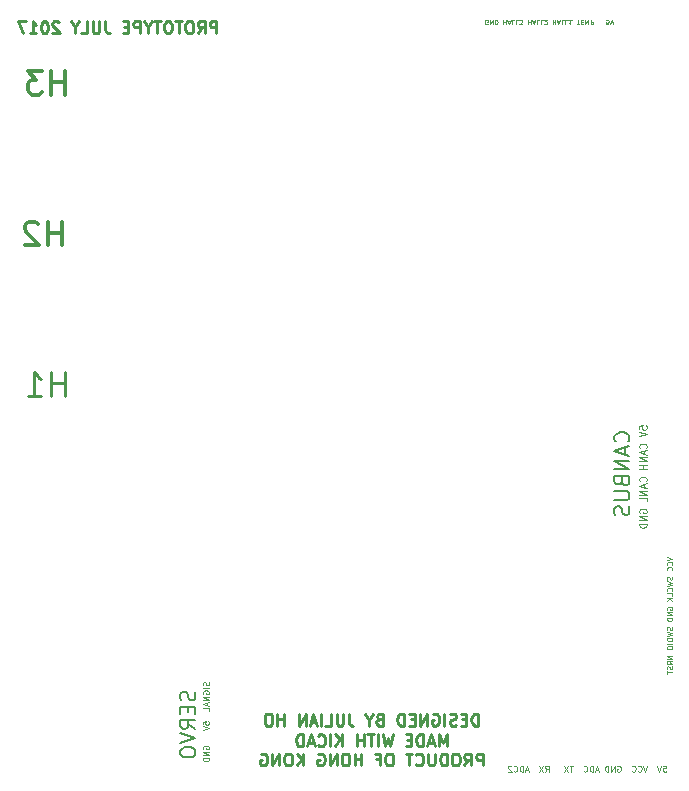
<source format=gbo>
G04 #@! TF.FileFunction,Legend,Bot*
%FSLAX46Y46*%
G04 Gerber Fmt 4.6, Leading zero omitted, Abs format (unit mm)*
G04 Created by KiCad (PCBNEW 4.0.6) date 07/13/17 22:09:39*
%MOMM*%
%LPD*%
G01*
G04 APERTURE LIST*
%ADD10C,0.100000*%
%ADD11C,0.250000*%
%ADD12C,0.125000*%
%ADD13C,0.300000*%
%ADD14C,0.112500*%
%ADD15C,0.075000*%
%ADD16C,0.200000*%
G04 APERTURE END LIST*
D10*
D11*
X64654762Y-146202381D02*
X64654762Y-145202381D01*
X64273809Y-145202381D01*
X64178571Y-145250000D01*
X64130952Y-145297619D01*
X64083333Y-145392857D01*
X64083333Y-145535714D01*
X64130952Y-145630952D01*
X64178571Y-145678571D01*
X64273809Y-145726190D01*
X64654762Y-145726190D01*
X63083333Y-146202381D02*
X63416667Y-145726190D01*
X63654762Y-146202381D02*
X63654762Y-145202381D01*
X63273809Y-145202381D01*
X63178571Y-145250000D01*
X63130952Y-145297619D01*
X63083333Y-145392857D01*
X63083333Y-145535714D01*
X63130952Y-145630952D01*
X63178571Y-145678571D01*
X63273809Y-145726190D01*
X63654762Y-145726190D01*
X62464286Y-145202381D02*
X62273809Y-145202381D01*
X62178571Y-145250000D01*
X62083333Y-145345238D01*
X62035714Y-145535714D01*
X62035714Y-145869048D01*
X62083333Y-146059524D01*
X62178571Y-146154762D01*
X62273809Y-146202381D01*
X62464286Y-146202381D01*
X62559524Y-146154762D01*
X62654762Y-146059524D01*
X62702381Y-145869048D01*
X62702381Y-145535714D01*
X62654762Y-145345238D01*
X62559524Y-145250000D01*
X62464286Y-145202381D01*
X61607143Y-146202381D02*
X61607143Y-145202381D01*
X61369048Y-145202381D01*
X61226190Y-145250000D01*
X61130952Y-145345238D01*
X61083333Y-145440476D01*
X61035714Y-145630952D01*
X61035714Y-145773810D01*
X61083333Y-145964286D01*
X61130952Y-146059524D01*
X61226190Y-146154762D01*
X61369048Y-146202381D01*
X61607143Y-146202381D01*
X60607143Y-145202381D02*
X60607143Y-146011905D01*
X60559524Y-146107143D01*
X60511905Y-146154762D01*
X60416667Y-146202381D01*
X60226190Y-146202381D01*
X60130952Y-146154762D01*
X60083333Y-146107143D01*
X60035714Y-146011905D01*
X60035714Y-145202381D01*
X58988095Y-146107143D02*
X59035714Y-146154762D01*
X59178571Y-146202381D01*
X59273809Y-146202381D01*
X59416667Y-146154762D01*
X59511905Y-146059524D01*
X59559524Y-145964286D01*
X59607143Y-145773810D01*
X59607143Y-145630952D01*
X59559524Y-145440476D01*
X59511905Y-145345238D01*
X59416667Y-145250000D01*
X59273809Y-145202381D01*
X59178571Y-145202381D01*
X59035714Y-145250000D01*
X58988095Y-145297619D01*
X58702381Y-145202381D02*
X58130952Y-145202381D01*
X58416667Y-146202381D02*
X58416667Y-145202381D01*
X56845238Y-145202381D02*
X56654761Y-145202381D01*
X56559523Y-145250000D01*
X56464285Y-145345238D01*
X56416666Y-145535714D01*
X56416666Y-145869048D01*
X56464285Y-146059524D01*
X56559523Y-146154762D01*
X56654761Y-146202381D01*
X56845238Y-146202381D01*
X56940476Y-146154762D01*
X57035714Y-146059524D01*
X57083333Y-145869048D01*
X57083333Y-145535714D01*
X57035714Y-145345238D01*
X56940476Y-145250000D01*
X56845238Y-145202381D01*
X55654761Y-145678571D02*
X55988095Y-145678571D01*
X55988095Y-146202381D02*
X55988095Y-145202381D01*
X55511904Y-145202381D01*
X54369047Y-146202381D02*
X54369047Y-145202381D01*
X54369047Y-145678571D02*
X53797618Y-145678571D01*
X53797618Y-146202381D02*
X53797618Y-145202381D01*
X53130952Y-145202381D02*
X52940475Y-145202381D01*
X52845237Y-145250000D01*
X52749999Y-145345238D01*
X52702380Y-145535714D01*
X52702380Y-145869048D01*
X52749999Y-146059524D01*
X52845237Y-146154762D01*
X52940475Y-146202381D01*
X53130952Y-146202381D01*
X53226190Y-146154762D01*
X53321428Y-146059524D01*
X53369047Y-145869048D01*
X53369047Y-145535714D01*
X53321428Y-145345238D01*
X53226190Y-145250000D01*
X53130952Y-145202381D01*
X52273809Y-146202381D02*
X52273809Y-145202381D01*
X51702380Y-146202381D01*
X51702380Y-145202381D01*
X50702380Y-145250000D02*
X50797618Y-145202381D01*
X50940475Y-145202381D01*
X51083333Y-145250000D01*
X51178571Y-145345238D01*
X51226190Y-145440476D01*
X51273809Y-145630952D01*
X51273809Y-145773810D01*
X51226190Y-145964286D01*
X51178571Y-146059524D01*
X51083333Y-146154762D01*
X50940475Y-146202381D01*
X50845237Y-146202381D01*
X50702380Y-146154762D01*
X50654761Y-146107143D01*
X50654761Y-145773810D01*
X50845237Y-145773810D01*
X49464285Y-146202381D02*
X49464285Y-145202381D01*
X48892856Y-146202381D02*
X49321428Y-145630952D01*
X48892856Y-145202381D02*
X49464285Y-145773810D01*
X48273809Y-145202381D02*
X48083332Y-145202381D01*
X47988094Y-145250000D01*
X47892856Y-145345238D01*
X47845237Y-145535714D01*
X47845237Y-145869048D01*
X47892856Y-146059524D01*
X47988094Y-146154762D01*
X48083332Y-146202381D01*
X48273809Y-146202381D01*
X48369047Y-146154762D01*
X48464285Y-146059524D01*
X48511904Y-145869048D01*
X48511904Y-145535714D01*
X48464285Y-145345238D01*
X48369047Y-145250000D01*
X48273809Y-145202381D01*
X47416666Y-146202381D02*
X47416666Y-145202381D01*
X46845237Y-146202381D01*
X46845237Y-145202381D01*
X45845237Y-145250000D02*
X45940475Y-145202381D01*
X46083332Y-145202381D01*
X46226190Y-145250000D01*
X46321428Y-145345238D01*
X46369047Y-145440476D01*
X46416666Y-145630952D01*
X46416666Y-145773810D01*
X46369047Y-145964286D01*
X46321428Y-146059524D01*
X46226190Y-146154762D01*
X46083332Y-146202381D01*
X45988094Y-146202381D01*
X45845237Y-146154762D01*
X45797618Y-146107143D01*
X45797618Y-145773810D01*
X45988094Y-145773810D01*
X64273810Y-142827381D02*
X64273810Y-141827381D01*
X64035715Y-141827381D01*
X63892857Y-141875000D01*
X63797619Y-141970238D01*
X63750000Y-142065476D01*
X63702381Y-142255952D01*
X63702381Y-142398810D01*
X63750000Y-142589286D01*
X63797619Y-142684524D01*
X63892857Y-142779762D01*
X64035715Y-142827381D01*
X64273810Y-142827381D01*
X63273810Y-142303571D02*
X62940476Y-142303571D01*
X62797619Y-142827381D02*
X63273810Y-142827381D01*
X63273810Y-141827381D01*
X62797619Y-141827381D01*
X62416667Y-142779762D02*
X62273810Y-142827381D01*
X62035714Y-142827381D01*
X61940476Y-142779762D01*
X61892857Y-142732143D01*
X61845238Y-142636905D01*
X61845238Y-142541667D01*
X61892857Y-142446429D01*
X61940476Y-142398810D01*
X62035714Y-142351190D01*
X62226191Y-142303571D01*
X62321429Y-142255952D01*
X62369048Y-142208333D01*
X62416667Y-142113095D01*
X62416667Y-142017857D01*
X62369048Y-141922619D01*
X62321429Y-141875000D01*
X62226191Y-141827381D01*
X61988095Y-141827381D01*
X61845238Y-141875000D01*
X61416667Y-142827381D02*
X61416667Y-141827381D01*
X60416667Y-141875000D02*
X60511905Y-141827381D01*
X60654762Y-141827381D01*
X60797620Y-141875000D01*
X60892858Y-141970238D01*
X60940477Y-142065476D01*
X60988096Y-142255952D01*
X60988096Y-142398810D01*
X60940477Y-142589286D01*
X60892858Y-142684524D01*
X60797620Y-142779762D01*
X60654762Y-142827381D01*
X60559524Y-142827381D01*
X60416667Y-142779762D01*
X60369048Y-142732143D01*
X60369048Y-142398810D01*
X60559524Y-142398810D01*
X59940477Y-142827381D02*
X59940477Y-141827381D01*
X59369048Y-142827381D01*
X59369048Y-141827381D01*
X58892858Y-142303571D02*
X58559524Y-142303571D01*
X58416667Y-142827381D02*
X58892858Y-142827381D01*
X58892858Y-141827381D01*
X58416667Y-141827381D01*
X57988096Y-142827381D02*
X57988096Y-141827381D01*
X57750001Y-141827381D01*
X57607143Y-141875000D01*
X57511905Y-141970238D01*
X57464286Y-142065476D01*
X57416667Y-142255952D01*
X57416667Y-142398810D01*
X57464286Y-142589286D01*
X57511905Y-142684524D01*
X57607143Y-142779762D01*
X57750001Y-142827381D01*
X57988096Y-142827381D01*
X55892857Y-142303571D02*
X55750000Y-142351190D01*
X55702381Y-142398810D01*
X55654762Y-142494048D01*
X55654762Y-142636905D01*
X55702381Y-142732143D01*
X55750000Y-142779762D01*
X55845238Y-142827381D01*
X56226191Y-142827381D01*
X56226191Y-141827381D01*
X55892857Y-141827381D01*
X55797619Y-141875000D01*
X55750000Y-141922619D01*
X55702381Y-142017857D01*
X55702381Y-142113095D01*
X55750000Y-142208333D01*
X55797619Y-142255952D01*
X55892857Y-142303571D01*
X56226191Y-142303571D01*
X55035715Y-142351190D02*
X55035715Y-142827381D01*
X55369048Y-141827381D02*
X55035715Y-142351190D01*
X54702381Y-141827381D01*
X53321428Y-141827381D02*
X53321428Y-142541667D01*
X53369048Y-142684524D01*
X53464286Y-142779762D01*
X53607143Y-142827381D01*
X53702381Y-142827381D01*
X52845238Y-141827381D02*
X52845238Y-142636905D01*
X52797619Y-142732143D01*
X52750000Y-142779762D01*
X52654762Y-142827381D01*
X52464285Y-142827381D01*
X52369047Y-142779762D01*
X52321428Y-142732143D01*
X52273809Y-142636905D01*
X52273809Y-141827381D01*
X51321428Y-142827381D02*
X51797619Y-142827381D01*
X51797619Y-141827381D01*
X50988095Y-142827381D02*
X50988095Y-141827381D01*
X50559524Y-142541667D02*
X50083333Y-142541667D01*
X50654762Y-142827381D02*
X50321429Y-141827381D01*
X49988095Y-142827381D01*
X49654762Y-142827381D02*
X49654762Y-141827381D01*
X49083333Y-142827381D01*
X49083333Y-141827381D01*
X47845238Y-142827381D02*
X47845238Y-141827381D01*
X47845238Y-142303571D02*
X47273809Y-142303571D01*
X47273809Y-142827381D02*
X47273809Y-141827381D01*
X46607143Y-141827381D02*
X46416666Y-141827381D01*
X46321428Y-141875000D01*
X46226190Y-141970238D01*
X46178571Y-142160714D01*
X46178571Y-142494048D01*
X46226190Y-142684524D01*
X46321428Y-142779762D01*
X46416666Y-142827381D01*
X46607143Y-142827381D01*
X46702381Y-142779762D01*
X46797619Y-142684524D01*
X46845238Y-142494048D01*
X46845238Y-142160714D01*
X46797619Y-141970238D01*
X46702381Y-141875000D01*
X46607143Y-141827381D01*
X61607143Y-144577381D02*
X61607143Y-143577381D01*
X61273809Y-144291667D01*
X60940476Y-143577381D01*
X60940476Y-144577381D01*
X60511905Y-144291667D02*
X60035714Y-144291667D01*
X60607143Y-144577381D02*
X60273810Y-143577381D01*
X59940476Y-144577381D01*
X59607143Y-144577381D02*
X59607143Y-143577381D01*
X59369048Y-143577381D01*
X59226190Y-143625000D01*
X59130952Y-143720238D01*
X59083333Y-143815476D01*
X59035714Y-144005952D01*
X59035714Y-144148810D01*
X59083333Y-144339286D01*
X59130952Y-144434524D01*
X59226190Y-144529762D01*
X59369048Y-144577381D01*
X59607143Y-144577381D01*
X58607143Y-144053571D02*
X58273809Y-144053571D01*
X58130952Y-144577381D02*
X58607143Y-144577381D01*
X58607143Y-143577381D01*
X58130952Y-143577381D01*
X57035714Y-143577381D02*
X56797619Y-144577381D01*
X56607142Y-143863095D01*
X56416666Y-144577381D01*
X56178571Y-143577381D01*
X55797619Y-144577381D02*
X55797619Y-143577381D01*
X55464286Y-143577381D02*
X54892857Y-143577381D01*
X55178572Y-144577381D02*
X55178572Y-143577381D01*
X54559524Y-144577381D02*
X54559524Y-143577381D01*
X54559524Y-144053571D02*
X53988095Y-144053571D01*
X53988095Y-144577381D02*
X53988095Y-143577381D01*
X52750000Y-144577381D02*
X52750000Y-143577381D01*
X52178571Y-144577381D02*
X52607143Y-144005952D01*
X52178571Y-143577381D02*
X52750000Y-144148810D01*
X51750000Y-144577381D02*
X51750000Y-143577381D01*
X50702381Y-144482143D02*
X50750000Y-144529762D01*
X50892857Y-144577381D01*
X50988095Y-144577381D01*
X51130953Y-144529762D01*
X51226191Y-144434524D01*
X51273810Y-144339286D01*
X51321429Y-144148810D01*
X51321429Y-144005952D01*
X51273810Y-143815476D01*
X51226191Y-143720238D01*
X51130953Y-143625000D01*
X50988095Y-143577381D01*
X50892857Y-143577381D01*
X50750000Y-143625000D01*
X50702381Y-143672619D01*
X50321429Y-144291667D02*
X49845238Y-144291667D01*
X50416667Y-144577381D02*
X50083334Y-143577381D01*
X49750000Y-144577381D01*
X49416667Y-144577381D02*
X49416667Y-143577381D01*
X49178572Y-143577381D01*
X49035714Y-143625000D01*
X48940476Y-143720238D01*
X48892857Y-143815476D01*
X48845238Y-144005952D01*
X48845238Y-144148810D01*
X48892857Y-144339286D01*
X48940476Y-144434524D01*
X49035714Y-144529762D01*
X49178572Y-144577381D01*
X49416667Y-144577381D01*
D12*
X41452381Y-139142859D02*
X41476190Y-139214288D01*
X41476190Y-139333335D01*
X41452381Y-139380954D01*
X41428571Y-139404764D01*
X41380952Y-139428573D01*
X41333333Y-139428573D01*
X41285714Y-139404764D01*
X41261905Y-139380954D01*
X41238095Y-139333335D01*
X41214286Y-139238097D01*
X41190476Y-139190478D01*
X41166667Y-139166669D01*
X41119048Y-139142859D01*
X41071429Y-139142859D01*
X41023810Y-139166669D01*
X41000000Y-139190478D01*
X40976190Y-139238097D01*
X40976190Y-139357145D01*
X41000000Y-139428573D01*
X41476190Y-139642859D02*
X40976190Y-139642859D01*
X41000000Y-140142858D02*
X40976190Y-140095239D01*
X40976190Y-140023811D01*
X41000000Y-139952382D01*
X41047619Y-139904763D01*
X41095238Y-139880954D01*
X41190476Y-139857144D01*
X41261905Y-139857144D01*
X41357143Y-139880954D01*
X41404762Y-139904763D01*
X41452381Y-139952382D01*
X41476190Y-140023811D01*
X41476190Y-140071430D01*
X41452381Y-140142858D01*
X41428571Y-140166668D01*
X41261905Y-140166668D01*
X41261905Y-140071430D01*
X41476190Y-140380954D02*
X40976190Y-140380954D01*
X41476190Y-140666668D01*
X40976190Y-140666668D01*
X41333333Y-140880954D02*
X41333333Y-141119049D01*
X41476190Y-140833335D02*
X40976190Y-141000002D01*
X41476190Y-141166668D01*
X41476190Y-141571430D02*
X41476190Y-141333335D01*
X40976190Y-141333335D01*
X40976190Y-142738096D02*
X40976190Y-142500001D01*
X41214286Y-142476191D01*
X41190476Y-142500001D01*
X41166667Y-142547620D01*
X41166667Y-142666667D01*
X41190476Y-142714286D01*
X41214286Y-142738096D01*
X41261905Y-142761905D01*
X41380952Y-142761905D01*
X41428571Y-142738096D01*
X41452381Y-142714286D01*
X41476190Y-142666667D01*
X41476190Y-142547620D01*
X41452381Y-142500001D01*
X41428571Y-142476191D01*
X40976190Y-142904762D02*
X41476190Y-143071429D01*
X40976190Y-143238095D01*
X41000000Y-144809522D02*
X40976190Y-144761903D01*
X40976190Y-144690475D01*
X41000000Y-144619046D01*
X41047619Y-144571427D01*
X41095238Y-144547618D01*
X41190476Y-144523808D01*
X41261905Y-144523808D01*
X41357143Y-144547618D01*
X41404762Y-144571427D01*
X41452381Y-144619046D01*
X41476190Y-144690475D01*
X41476190Y-144738094D01*
X41452381Y-144809522D01*
X41428571Y-144833332D01*
X41261905Y-144833332D01*
X41261905Y-144738094D01*
X41476190Y-145047618D02*
X40976190Y-145047618D01*
X41476190Y-145333332D01*
X40976190Y-145333332D01*
X41476190Y-145571428D02*
X40976190Y-145571428D01*
X40976190Y-145690475D01*
X41000000Y-145761904D01*
X41047619Y-145809523D01*
X41095238Y-145833332D01*
X41190476Y-145857142D01*
X41261905Y-145857142D01*
X41357143Y-145833332D01*
X41404762Y-145809523D01*
X41452381Y-145761904D01*
X41476190Y-145690475D01*
X41476190Y-145571428D01*
D13*
X29273810Y-89404762D02*
X29273810Y-87404762D01*
X29273810Y-88357143D02*
X28130952Y-88357143D01*
X28130952Y-89404762D02*
X28130952Y-87404762D01*
X27369048Y-87404762D02*
X26130952Y-87404762D01*
X26797619Y-88166667D01*
X26511905Y-88166667D01*
X26321429Y-88261905D01*
X26226191Y-88357143D01*
X26130952Y-88547619D01*
X26130952Y-89023810D01*
X26226191Y-89214286D01*
X26321429Y-89309524D01*
X26511905Y-89404762D01*
X27083333Y-89404762D01*
X27273810Y-89309524D01*
X27369048Y-89214286D01*
X29023810Y-102154762D02*
X29023810Y-100154762D01*
X29023810Y-101107143D02*
X27880952Y-101107143D01*
X27880952Y-102154762D02*
X27880952Y-100154762D01*
X27023810Y-100345238D02*
X26928572Y-100250000D01*
X26738095Y-100154762D01*
X26261905Y-100154762D01*
X26071429Y-100250000D01*
X25976191Y-100345238D01*
X25880952Y-100535714D01*
X25880952Y-100726190D01*
X25976191Y-101011905D01*
X27119048Y-102154762D01*
X25880952Y-102154762D01*
D11*
X29273810Y-114904762D02*
X29273810Y-112904762D01*
X29273810Y-113857143D02*
X28130952Y-113857143D01*
X28130952Y-114904762D02*
X28130952Y-112904762D01*
X26130952Y-114904762D02*
X27273810Y-114904762D01*
X26702381Y-114904762D02*
X26702381Y-112904762D01*
X26892857Y-113190476D01*
X27083333Y-113380952D01*
X27273810Y-113476190D01*
D10*
X65069046Y-83450000D02*
X65030951Y-83469048D01*
X64973808Y-83469048D01*
X64916665Y-83450000D01*
X64878570Y-83411905D01*
X64859522Y-83373810D01*
X64840474Y-83297619D01*
X64840474Y-83240476D01*
X64859522Y-83164286D01*
X64878570Y-83126190D01*
X64916665Y-83088095D01*
X64973808Y-83069048D01*
X65011903Y-83069048D01*
X65069046Y-83088095D01*
X65088094Y-83107143D01*
X65088094Y-83240476D01*
X65011903Y-83240476D01*
X65259522Y-83069048D02*
X65259522Y-83469048D01*
X65488094Y-83069048D01*
X65488094Y-83469048D01*
X65678570Y-83069048D02*
X65678570Y-83469048D01*
X65773808Y-83469048D01*
X65830951Y-83450000D01*
X65869046Y-83411905D01*
X65888094Y-83373810D01*
X65907142Y-83297619D01*
X65907142Y-83240476D01*
X65888094Y-83164286D01*
X65869046Y-83126190D01*
X65830951Y-83088095D01*
X65773808Y-83069048D01*
X65678570Y-83069048D01*
X66383332Y-83069048D02*
X66383332Y-83469048D01*
X66383332Y-83278571D02*
X66611904Y-83278571D01*
X66611904Y-83069048D02*
X66611904Y-83469048D01*
X66783332Y-83183333D02*
X66973809Y-83183333D01*
X66745237Y-83069048D02*
X66878571Y-83469048D01*
X67011904Y-83069048D01*
X67335713Y-83069048D02*
X67145237Y-83069048D01*
X67145237Y-83469048D01*
X67659523Y-83069048D02*
X67469047Y-83069048D01*
X67469047Y-83469048D01*
X67754762Y-83469048D02*
X68002381Y-83469048D01*
X67869048Y-83316667D01*
X67926190Y-83316667D01*
X67964286Y-83297619D01*
X67983333Y-83278571D01*
X68002381Y-83240476D01*
X68002381Y-83145238D01*
X67983333Y-83107143D01*
X67964286Y-83088095D01*
X67926190Y-83069048D01*
X67811905Y-83069048D01*
X67773809Y-83088095D01*
X67754762Y-83107143D01*
X68478571Y-83069048D02*
X68478571Y-83469048D01*
X68478571Y-83278571D02*
X68707143Y-83278571D01*
X68707143Y-83069048D02*
X68707143Y-83469048D01*
X68878571Y-83183333D02*
X69069048Y-83183333D01*
X68840476Y-83069048D02*
X68973810Y-83469048D01*
X69107143Y-83069048D01*
X69430952Y-83069048D02*
X69240476Y-83069048D01*
X69240476Y-83469048D01*
X69754762Y-83069048D02*
X69564286Y-83069048D01*
X69564286Y-83469048D01*
X69869048Y-83430952D02*
X69888096Y-83450000D01*
X69926191Y-83469048D01*
X70021429Y-83469048D01*
X70059525Y-83450000D01*
X70078572Y-83430952D01*
X70097620Y-83392857D01*
X70097620Y-83354762D01*
X70078572Y-83297619D01*
X69850001Y-83069048D01*
X70097620Y-83069048D01*
X70573810Y-83069048D02*
X70573810Y-83469048D01*
X70573810Y-83278571D02*
X70802382Y-83278571D01*
X70802382Y-83069048D02*
X70802382Y-83469048D01*
X70973810Y-83183333D02*
X71164287Y-83183333D01*
X70935715Y-83069048D02*
X71069049Y-83469048D01*
X71202382Y-83069048D01*
X71526191Y-83069048D02*
X71335715Y-83069048D01*
X71335715Y-83469048D01*
X71850001Y-83069048D02*
X71659525Y-83069048D01*
X71659525Y-83469048D01*
X72192859Y-83069048D02*
X71964287Y-83069048D01*
X72078573Y-83069048D02*
X72078573Y-83469048D01*
X72040478Y-83411905D01*
X72002383Y-83373810D01*
X71964287Y-83354762D01*
X72611906Y-83469048D02*
X72840478Y-83469048D01*
X72726192Y-83069048D02*
X72726192Y-83469048D01*
X72973811Y-83278571D02*
X73107144Y-83278571D01*
X73164287Y-83069048D02*
X72973811Y-83069048D01*
X72973811Y-83469048D01*
X73164287Y-83469048D01*
X73335716Y-83069048D02*
X73335716Y-83469048D01*
X73469049Y-83183333D01*
X73602383Y-83469048D01*
X73602383Y-83069048D01*
X73792859Y-83069048D02*
X73792859Y-83469048D01*
X73945240Y-83469048D01*
X73983335Y-83450000D01*
X74002383Y-83430952D01*
X74021431Y-83392857D01*
X74021431Y-83335714D01*
X74002383Y-83297619D01*
X73983335Y-83278571D01*
X73945240Y-83259524D01*
X73792859Y-83259524D01*
X75297621Y-83469048D02*
X75107145Y-83469048D01*
X75088097Y-83278571D01*
X75107145Y-83297619D01*
X75145240Y-83316667D01*
X75240478Y-83316667D01*
X75278574Y-83297619D01*
X75297621Y-83278571D01*
X75316669Y-83240476D01*
X75316669Y-83145238D01*
X75297621Y-83107143D01*
X75278574Y-83088095D01*
X75240478Y-83069048D01*
X75145240Y-83069048D01*
X75107145Y-83088095D01*
X75088097Y-83107143D01*
X75430954Y-83469048D02*
X75564288Y-83069048D01*
X75697621Y-83469048D01*
D14*
X77921429Y-117735714D02*
X77921429Y-117450000D01*
X78207143Y-117421429D01*
X78178571Y-117450000D01*
X78150000Y-117507143D01*
X78150000Y-117650000D01*
X78178571Y-117707143D01*
X78207143Y-117735714D01*
X78264286Y-117764286D01*
X78407143Y-117764286D01*
X78464286Y-117735714D01*
X78492857Y-117707143D01*
X78521429Y-117650000D01*
X78521429Y-117507143D01*
X78492857Y-117450000D01*
X78464286Y-117421429D01*
X77921429Y-117935715D02*
X78521429Y-118135715D01*
X77921429Y-118335715D01*
X78464286Y-119335715D02*
X78492857Y-119307144D01*
X78521429Y-119221430D01*
X78521429Y-119164287D01*
X78492857Y-119078572D01*
X78435714Y-119021430D01*
X78378571Y-118992858D01*
X78264286Y-118964287D01*
X78178571Y-118964287D01*
X78064286Y-118992858D01*
X78007143Y-119021430D01*
X77950000Y-119078572D01*
X77921429Y-119164287D01*
X77921429Y-119221430D01*
X77950000Y-119307144D01*
X77978571Y-119335715D01*
X78350000Y-119564287D02*
X78350000Y-119850001D01*
X78521429Y-119507144D02*
X77921429Y-119707144D01*
X78521429Y-119907144D01*
X78521429Y-120107144D02*
X77921429Y-120107144D01*
X78521429Y-120450001D01*
X77921429Y-120450001D01*
X78521429Y-120735715D02*
X77921429Y-120735715D01*
X78207143Y-120735715D02*
X78207143Y-121078572D01*
X78521429Y-121078572D02*
X77921429Y-121078572D01*
X78464286Y-122164286D02*
X78492857Y-122135715D01*
X78521429Y-122050001D01*
X78521429Y-121992858D01*
X78492857Y-121907143D01*
X78435714Y-121850001D01*
X78378571Y-121821429D01*
X78264286Y-121792858D01*
X78178571Y-121792858D01*
X78064286Y-121821429D01*
X78007143Y-121850001D01*
X77950000Y-121907143D01*
X77921429Y-121992858D01*
X77921429Y-122050001D01*
X77950000Y-122135715D01*
X77978571Y-122164286D01*
X78350000Y-122392858D02*
X78350000Y-122678572D01*
X78521429Y-122335715D02*
X77921429Y-122535715D01*
X78521429Y-122735715D01*
X78521429Y-122935715D02*
X77921429Y-122935715D01*
X78521429Y-123278572D01*
X77921429Y-123278572D01*
X78521429Y-123850000D02*
X78521429Y-123564286D01*
X77921429Y-123564286D01*
X77950000Y-124821429D02*
X77921429Y-124764286D01*
X77921429Y-124678572D01*
X77950000Y-124592857D01*
X78007143Y-124535715D01*
X78064286Y-124507143D01*
X78178571Y-124478572D01*
X78264286Y-124478572D01*
X78378571Y-124507143D01*
X78435714Y-124535715D01*
X78492857Y-124592857D01*
X78521429Y-124678572D01*
X78521429Y-124735715D01*
X78492857Y-124821429D01*
X78464286Y-124850000D01*
X78264286Y-124850000D01*
X78264286Y-124735715D01*
X78521429Y-125107143D02*
X77921429Y-125107143D01*
X78521429Y-125450000D01*
X77921429Y-125450000D01*
X78521429Y-125735714D02*
X77921429Y-125735714D01*
X77921429Y-125878571D01*
X77950000Y-125964286D01*
X78007143Y-126021428D01*
X78064286Y-126050000D01*
X78178571Y-126078571D01*
X78264286Y-126078571D01*
X78378571Y-126050000D01*
X78435714Y-126021428D01*
X78492857Y-125964286D01*
X78521429Y-125878571D01*
X78521429Y-125735714D01*
D10*
X79940472Y-146226190D02*
X80178567Y-146226190D01*
X80202377Y-146464286D01*
X80178567Y-146440476D01*
X80130948Y-146416667D01*
X80011901Y-146416667D01*
X79964282Y-146440476D01*
X79940472Y-146464286D01*
X79916663Y-146511905D01*
X79916663Y-146630952D01*
X79940472Y-146678571D01*
X79964282Y-146702381D01*
X80011901Y-146726190D01*
X80130948Y-146726190D01*
X80178567Y-146702381D01*
X80202377Y-146678571D01*
X79773806Y-146226190D02*
X79607139Y-146726190D01*
X79440473Y-146226190D01*
X78583331Y-146226190D02*
X78416664Y-146726190D01*
X78249998Y-146226190D01*
X77797617Y-146678571D02*
X77821427Y-146702381D01*
X77892855Y-146726190D01*
X77940474Y-146726190D01*
X78011903Y-146702381D01*
X78059522Y-146654762D01*
X78083331Y-146607143D01*
X78107141Y-146511905D01*
X78107141Y-146440476D01*
X78083331Y-146345238D01*
X78059522Y-146297619D01*
X78011903Y-146250000D01*
X77940474Y-146226190D01*
X77892855Y-146226190D01*
X77821427Y-146250000D01*
X77797617Y-146273810D01*
X77297617Y-146678571D02*
X77321427Y-146702381D01*
X77392855Y-146726190D01*
X77440474Y-146726190D01*
X77511903Y-146702381D01*
X77559522Y-146654762D01*
X77583331Y-146607143D01*
X77607141Y-146511905D01*
X77607141Y-146440476D01*
X77583331Y-146345238D01*
X77559522Y-146297619D01*
X77511903Y-146250000D01*
X77440474Y-146226190D01*
X77392855Y-146226190D01*
X77321427Y-146250000D01*
X77297617Y-146273810D01*
X76059523Y-146250000D02*
X76107142Y-146226190D01*
X76178570Y-146226190D01*
X76249999Y-146250000D01*
X76297618Y-146297619D01*
X76321427Y-146345238D01*
X76345237Y-146440476D01*
X76345237Y-146511905D01*
X76321427Y-146607143D01*
X76297618Y-146654762D01*
X76249999Y-146702381D01*
X76178570Y-146726190D01*
X76130951Y-146726190D01*
X76059523Y-146702381D01*
X76035713Y-146678571D01*
X76035713Y-146511905D01*
X76130951Y-146511905D01*
X75821427Y-146726190D02*
X75821427Y-146226190D01*
X75535713Y-146726190D01*
X75535713Y-146226190D01*
X75297617Y-146726190D02*
X75297617Y-146226190D01*
X75178570Y-146226190D01*
X75107141Y-146250000D01*
X75059522Y-146297619D01*
X75035713Y-146345238D01*
X75011903Y-146440476D01*
X75011903Y-146511905D01*
X75035713Y-146607143D01*
X75059522Y-146654762D01*
X75107141Y-146702381D01*
X75178570Y-146726190D01*
X75297617Y-146726190D01*
X74440475Y-146583333D02*
X74202380Y-146583333D01*
X74488094Y-146726190D02*
X74321427Y-146226190D01*
X74154761Y-146726190D01*
X73988094Y-146726190D02*
X73988094Y-146226190D01*
X73869047Y-146226190D01*
X73797618Y-146250000D01*
X73749999Y-146297619D01*
X73726190Y-146345238D01*
X73702380Y-146440476D01*
X73702380Y-146511905D01*
X73726190Y-146607143D01*
X73749999Y-146654762D01*
X73797618Y-146702381D01*
X73869047Y-146726190D01*
X73988094Y-146726190D01*
X73202380Y-146678571D02*
X73226190Y-146702381D01*
X73297618Y-146726190D01*
X73345237Y-146726190D01*
X73416666Y-146702381D01*
X73464285Y-146654762D01*
X73488094Y-146607143D01*
X73511904Y-146511905D01*
X73511904Y-146440476D01*
X73488094Y-146345238D01*
X73464285Y-146297619D01*
X73416666Y-146250000D01*
X73345237Y-146226190D01*
X73297618Y-146226190D01*
X73226190Y-146250000D01*
X73202380Y-146273810D01*
X72297619Y-146226190D02*
X72011905Y-146226190D01*
X72154762Y-146726190D02*
X72154762Y-146226190D01*
X71892857Y-146226190D02*
X71559524Y-146726190D01*
X71559524Y-146226190D02*
X71892857Y-146726190D01*
X69940478Y-146726190D02*
X70107145Y-146488095D01*
X70226192Y-146726190D02*
X70226192Y-146226190D01*
X70035716Y-146226190D01*
X69988097Y-146250000D01*
X69964288Y-146273810D01*
X69940478Y-146321429D01*
X69940478Y-146392857D01*
X69964288Y-146440476D01*
X69988097Y-146464286D01*
X70035716Y-146488095D01*
X70226192Y-146488095D01*
X69773811Y-146226190D02*
X69440478Y-146726190D01*
X69440478Y-146226190D02*
X69773811Y-146726190D01*
X68511908Y-146583333D02*
X68273813Y-146583333D01*
X68559527Y-146726190D02*
X68392860Y-146226190D01*
X68226194Y-146726190D01*
X68059527Y-146726190D02*
X68059527Y-146226190D01*
X67940480Y-146226190D01*
X67869051Y-146250000D01*
X67821432Y-146297619D01*
X67797623Y-146345238D01*
X67773813Y-146440476D01*
X67773813Y-146511905D01*
X67797623Y-146607143D01*
X67821432Y-146654762D01*
X67869051Y-146702381D01*
X67940480Y-146726190D01*
X68059527Y-146726190D01*
X67273813Y-146678571D02*
X67297623Y-146702381D01*
X67369051Y-146726190D01*
X67416670Y-146726190D01*
X67488099Y-146702381D01*
X67535718Y-146654762D01*
X67559527Y-146607143D01*
X67583337Y-146511905D01*
X67583337Y-146440476D01*
X67559527Y-146345238D01*
X67535718Y-146297619D01*
X67488099Y-146250000D01*
X67416670Y-146226190D01*
X67369051Y-146226190D01*
X67297623Y-146250000D01*
X67273813Y-146273810D01*
X67083337Y-146273810D02*
X67059527Y-146250000D01*
X67011908Y-146226190D01*
X66892861Y-146226190D01*
X66845242Y-146250000D01*
X66821432Y-146273810D01*
X66797623Y-146321429D01*
X66797623Y-146369048D01*
X66821432Y-146440476D01*
X67107146Y-146726190D01*
X66797623Y-146726190D01*
D15*
X80253571Y-128539286D02*
X80703571Y-128689286D01*
X80253571Y-128839286D01*
X80660714Y-129246429D02*
X80682143Y-129225000D01*
X80703571Y-129160714D01*
X80703571Y-129117857D01*
X80682143Y-129053572D01*
X80639286Y-129010714D01*
X80596429Y-128989286D01*
X80510714Y-128967857D01*
X80446429Y-128967857D01*
X80360714Y-128989286D01*
X80317857Y-129010714D01*
X80275000Y-129053572D01*
X80253571Y-129117857D01*
X80253571Y-129160714D01*
X80275000Y-129225000D01*
X80296429Y-129246429D01*
X80660714Y-129696429D02*
X80682143Y-129675000D01*
X80703571Y-129610714D01*
X80703571Y-129567857D01*
X80682143Y-129503572D01*
X80639286Y-129460714D01*
X80596429Y-129439286D01*
X80510714Y-129417857D01*
X80446429Y-129417857D01*
X80360714Y-129439286D01*
X80317857Y-129460714D01*
X80275000Y-129503572D01*
X80253571Y-129567857D01*
X80253571Y-129610714D01*
X80275000Y-129675000D01*
X80296429Y-129696429D01*
X80682143Y-130210714D02*
X80703571Y-130275000D01*
X80703571Y-130382143D01*
X80682143Y-130425000D01*
X80660714Y-130446429D01*
X80617857Y-130467857D01*
X80575000Y-130467857D01*
X80532143Y-130446429D01*
X80510714Y-130425000D01*
X80489286Y-130382143D01*
X80467857Y-130296429D01*
X80446429Y-130253571D01*
X80425000Y-130232143D01*
X80382143Y-130210714D01*
X80339286Y-130210714D01*
X80296429Y-130232143D01*
X80275000Y-130253571D01*
X80253571Y-130296429D01*
X80253571Y-130403571D01*
X80275000Y-130467857D01*
X80253571Y-130617857D02*
X80703571Y-130725000D01*
X80382143Y-130810714D01*
X80703571Y-130896428D01*
X80253571Y-131003571D01*
X80660714Y-131432143D02*
X80682143Y-131410714D01*
X80703571Y-131346428D01*
X80703571Y-131303571D01*
X80682143Y-131239286D01*
X80639286Y-131196428D01*
X80596429Y-131175000D01*
X80510714Y-131153571D01*
X80446429Y-131153571D01*
X80360714Y-131175000D01*
X80317857Y-131196428D01*
X80275000Y-131239286D01*
X80253571Y-131303571D01*
X80253571Y-131346428D01*
X80275000Y-131410714D01*
X80296429Y-131432143D01*
X80703571Y-131839286D02*
X80703571Y-131625000D01*
X80253571Y-131625000D01*
X80703571Y-131989286D02*
X80253571Y-131989286D01*
X80703571Y-132246429D02*
X80446429Y-132053572D01*
X80253571Y-132246429D02*
X80510714Y-131989286D01*
X80275000Y-133017857D02*
X80253571Y-132975000D01*
X80253571Y-132910714D01*
X80275000Y-132846429D01*
X80317857Y-132803571D01*
X80360714Y-132782143D01*
X80446429Y-132760714D01*
X80510714Y-132760714D01*
X80596429Y-132782143D01*
X80639286Y-132803571D01*
X80682143Y-132846429D01*
X80703571Y-132910714D01*
X80703571Y-132953571D01*
X80682143Y-133017857D01*
X80660714Y-133039286D01*
X80510714Y-133039286D01*
X80510714Y-132953571D01*
X80703571Y-133232143D02*
X80253571Y-133232143D01*
X80703571Y-133489286D01*
X80253571Y-133489286D01*
X80703571Y-133703572D02*
X80253571Y-133703572D01*
X80253571Y-133810715D01*
X80275000Y-133875000D01*
X80317857Y-133917858D01*
X80360714Y-133939286D01*
X80446429Y-133960715D01*
X80510714Y-133960715D01*
X80596429Y-133939286D01*
X80639286Y-133917858D01*
X80682143Y-133875000D01*
X80703571Y-133810715D01*
X80703571Y-133703572D01*
X80682143Y-134475000D02*
X80703571Y-134539286D01*
X80703571Y-134646429D01*
X80682143Y-134689286D01*
X80660714Y-134710715D01*
X80617857Y-134732143D01*
X80575000Y-134732143D01*
X80532143Y-134710715D01*
X80510714Y-134689286D01*
X80489286Y-134646429D01*
X80467857Y-134560715D01*
X80446429Y-134517857D01*
X80425000Y-134496429D01*
X80382143Y-134475000D01*
X80339286Y-134475000D01*
X80296429Y-134496429D01*
X80275000Y-134517857D01*
X80253571Y-134560715D01*
X80253571Y-134667857D01*
X80275000Y-134732143D01*
X80253571Y-134882143D02*
X80703571Y-134989286D01*
X80382143Y-135075000D01*
X80703571Y-135160714D01*
X80253571Y-135267857D01*
X80703571Y-135439286D02*
X80253571Y-135439286D01*
X80253571Y-135546429D01*
X80275000Y-135610714D01*
X80317857Y-135653572D01*
X80360714Y-135675000D01*
X80446429Y-135696429D01*
X80510714Y-135696429D01*
X80596429Y-135675000D01*
X80639286Y-135653572D01*
X80682143Y-135610714D01*
X80703571Y-135546429D01*
X80703571Y-135439286D01*
X80703571Y-135889286D02*
X80253571Y-135889286D01*
X80253571Y-136189286D02*
X80253571Y-136275000D01*
X80275000Y-136317858D01*
X80317857Y-136360715D01*
X80403571Y-136382143D01*
X80553571Y-136382143D01*
X80639286Y-136360715D01*
X80682143Y-136317858D01*
X80703571Y-136275000D01*
X80703571Y-136189286D01*
X80682143Y-136146429D01*
X80639286Y-136103572D01*
X80553571Y-136082143D01*
X80403571Y-136082143D01*
X80317857Y-136103572D01*
X80275000Y-136146429D01*
X80253571Y-136189286D01*
X80703571Y-136917858D02*
X80253571Y-136917858D01*
X80703571Y-137175001D01*
X80253571Y-137175001D01*
X80703571Y-137646430D02*
X80489286Y-137496430D01*
X80703571Y-137389287D02*
X80253571Y-137389287D01*
X80253571Y-137560715D01*
X80275000Y-137603573D01*
X80296429Y-137625001D01*
X80339286Y-137646430D01*
X80403571Y-137646430D01*
X80446429Y-137625001D01*
X80467857Y-137603573D01*
X80489286Y-137560715D01*
X80489286Y-137389287D01*
X80682143Y-137817858D02*
X80703571Y-137882144D01*
X80703571Y-137989287D01*
X80682143Y-138032144D01*
X80660714Y-138053573D01*
X80617857Y-138075001D01*
X80575000Y-138075001D01*
X80532143Y-138053573D01*
X80510714Y-138032144D01*
X80489286Y-137989287D01*
X80467857Y-137903573D01*
X80446429Y-137860715D01*
X80425000Y-137839287D01*
X80382143Y-137817858D01*
X80339286Y-137817858D01*
X80296429Y-137839287D01*
X80275000Y-137860715D01*
X80253571Y-137903573D01*
X80253571Y-138010715D01*
X80275000Y-138075001D01*
X80253571Y-138203572D02*
X80253571Y-138460715D01*
X80703571Y-138332144D02*
X80253571Y-138332144D01*
D11*
X42107144Y-84202381D02*
X42107144Y-83202381D01*
X41726191Y-83202381D01*
X41630953Y-83250000D01*
X41583334Y-83297619D01*
X41535715Y-83392857D01*
X41535715Y-83535714D01*
X41583334Y-83630952D01*
X41630953Y-83678571D01*
X41726191Y-83726190D01*
X42107144Y-83726190D01*
X40535715Y-84202381D02*
X40869049Y-83726190D01*
X41107144Y-84202381D02*
X41107144Y-83202381D01*
X40726191Y-83202381D01*
X40630953Y-83250000D01*
X40583334Y-83297619D01*
X40535715Y-83392857D01*
X40535715Y-83535714D01*
X40583334Y-83630952D01*
X40630953Y-83678571D01*
X40726191Y-83726190D01*
X41107144Y-83726190D01*
X39916668Y-83202381D02*
X39726191Y-83202381D01*
X39630953Y-83250000D01*
X39535715Y-83345238D01*
X39488096Y-83535714D01*
X39488096Y-83869048D01*
X39535715Y-84059524D01*
X39630953Y-84154762D01*
X39726191Y-84202381D01*
X39916668Y-84202381D01*
X40011906Y-84154762D01*
X40107144Y-84059524D01*
X40154763Y-83869048D01*
X40154763Y-83535714D01*
X40107144Y-83345238D01*
X40011906Y-83250000D01*
X39916668Y-83202381D01*
X39202382Y-83202381D02*
X38630953Y-83202381D01*
X38916668Y-84202381D02*
X38916668Y-83202381D01*
X38107144Y-83202381D02*
X37916667Y-83202381D01*
X37821429Y-83250000D01*
X37726191Y-83345238D01*
X37678572Y-83535714D01*
X37678572Y-83869048D01*
X37726191Y-84059524D01*
X37821429Y-84154762D01*
X37916667Y-84202381D01*
X38107144Y-84202381D01*
X38202382Y-84154762D01*
X38297620Y-84059524D01*
X38345239Y-83869048D01*
X38345239Y-83535714D01*
X38297620Y-83345238D01*
X38202382Y-83250000D01*
X38107144Y-83202381D01*
X37392858Y-83202381D02*
X36821429Y-83202381D01*
X37107144Y-84202381D02*
X37107144Y-83202381D01*
X36297620Y-83726190D02*
X36297620Y-84202381D01*
X36630953Y-83202381D02*
X36297620Y-83726190D01*
X35964286Y-83202381D01*
X35630953Y-84202381D02*
X35630953Y-83202381D01*
X35250000Y-83202381D01*
X35154762Y-83250000D01*
X35107143Y-83297619D01*
X35059524Y-83392857D01*
X35059524Y-83535714D01*
X35107143Y-83630952D01*
X35154762Y-83678571D01*
X35250000Y-83726190D01*
X35630953Y-83726190D01*
X34630953Y-83678571D02*
X34297619Y-83678571D01*
X34154762Y-84202381D02*
X34630953Y-84202381D01*
X34630953Y-83202381D01*
X34154762Y-83202381D01*
X32678571Y-83202381D02*
X32678571Y-83916667D01*
X32726191Y-84059524D01*
X32821429Y-84154762D01*
X32964286Y-84202381D01*
X33059524Y-84202381D01*
X32202381Y-83202381D02*
X32202381Y-84011905D01*
X32154762Y-84107143D01*
X32107143Y-84154762D01*
X32011905Y-84202381D01*
X31821428Y-84202381D01*
X31726190Y-84154762D01*
X31678571Y-84107143D01*
X31630952Y-84011905D01*
X31630952Y-83202381D01*
X30678571Y-84202381D02*
X31154762Y-84202381D01*
X31154762Y-83202381D01*
X30154762Y-83726190D02*
X30154762Y-84202381D01*
X30488095Y-83202381D02*
X30154762Y-83726190D01*
X29821428Y-83202381D01*
X28773809Y-83297619D02*
X28726190Y-83250000D01*
X28630952Y-83202381D01*
X28392856Y-83202381D01*
X28297618Y-83250000D01*
X28249999Y-83297619D01*
X28202380Y-83392857D01*
X28202380Y-83488095D01*
X28249999Y-83630952D01*
X28821428Y-84202381D01*
X28202380Y-84202381D01*
X27583333Y-83202381D02*
X27488094Y-83202381D01*
X27392856Y-83250000D01*
X27345237Y-83297619D01*
X27297618Y-83392857D01*
X27249999Y-83583333D01*
X27249999Y-83821429D01*
X27297618Y-84011905D01*
X27345237Y-84107143D01*
X27392856Y-84154762D01*
X27488094Y-84202381D01*
X27583333Y-84202381D01*
X27678571Y-84154762D01*
X27726190Y-84107143D01*
X27773809Y-84011905D01*
X27821428Y-83821429D01*
X27821428Y-83583333D01*
X27773809Y-83392857D01*
X27726190Y-83297619D01*
X27678571Y-83250000D01*
X27583333Y-83202381D01*
X26297618Y-84202381D02*
X26869047Y-84202381D01*
X26583333Y-84202381D02*
X26583333Y-83202381D01*
X26678571Y-83345238D01*
X26773809Y-83440476D01*
X26869047Y-83488095D01*
X25964285Y-83202381D02*
X25297618Y-83202381D01*
X25726190Y-84202381D01*
D16*
X40264048Y-139968096D02*
X40324524Y-140149524D01*
X40324524Y-140451905D01*
X40264048Y-140572858D01*
X40203571Y-140633334D01*
X40082619Y-140693810D01*
X39961667Y-140693810D01*
X39840714Y-140633334D01*
X39780238Y-140572858D01*
X39719762Y-140451905D01*
X39659286Y-140210001D01*
X39598810Y-140089048D01*
X39538333Y-140028572D01*
X39417381Y-139968096D01*
X39296429Y-139968096D01*
X39175476Y-140028572D01*
X39115000Y-140089048D01*
X39054524Y-140210001D01*
X39054524Y-140512381D01*
X39115000Y-140693810D01*
X39659286Y-141238096D02*
X39659286Y-141661429D01*
X40324524Y-141842858D02*
X40324524Y-141238096D01*
X39054524Y-141238096D01*
X39054524Y-141842858D01*
X40324524Y-143112858D02*
X39719762Y-142689525D01*
X40324524Y-142387144D02*
X39054524Y-142387144D01*
X39054524Y-142870953D01*
X39115000Y-142991906D01*
X39175476Y-143052382D01*
X39296429Y-143112858D01*
X39477857Y-143112858D01*
X39598810Y-143052382D01*
X39659286Y-142991906D01*
X39719762Y-142870953D01*
X39719762Y-142387144D01*
X39054524Y-143475715D02*
X40324524Y-143899049D01*
X39054524Y-144322382D01*
X39054524Y-144987620D02*
X39054524Y-145229524D01*
X39115000Y-145350477D01*
X39235952Y-145471429D01*
X39477857Y-145531905D01*
X39901190Y-145531905D01*
X40143095Y-145471429D01*
X40264048Y-145350477D01*
X40324524Y-145229524D01*
X40324524Y-144987620D01*
X40264048Y-144866667D01*
X40143095Y-144745715D01*
X39901190Y-144685239D01*
X39477857Y-144685239D01*
X39235952Y-144745715D01*
X39115000Y-144866667D01*
X39054524Y-144987620D01*
X76953571Y-118778572D02*
X77014048Y-118718096D01*
X77074524Y-118536667D01*
X77074524Y-118415715D01*
X77014048Y-118234287D01*
X76893095Y-118113334D01*
X76772143Y-118052858D01*
X76530238Y-117992382D01*
X76348810Y-117992382D01*
X76106905Y-118052858D01*
X75985952Y-118113334D01*
X75865000Y-118234287D01*
X75804524Y-118415715D01*
X75804524Y-118536667D01*
X75865000Y-118718096D01*
X75925476Y-118778572D01*
X76711667Y-119262382D02*
X76711667Y-119867144D01*
X77074524Y-119141429D02*
X75804524Y-119564763D01*
X77074524Y-119988096D01*
X77074524Y-120411429D02*
X75804524Y-120411429D01*
X77074524Y-121137143D01*
X75804524Y-121137143D01*
X76409286Y-122165238D02*
X76469762Y-122346667D01*
X76530238Y-122407143D01*
X76651190Y-122467619D01*
X76832619Y-122467619D01*
X76953571Y-122407143D01*
X77014048Y-122346667D01*
X77074524Y-122225714D01*
X77074524Y-121741905D01*
X75804524Y-121741905D01*
X75804524Y-122165238D01*
X75865000Y-122286191D01*
X75925476Y-122346667D01*
X76046429Y-122407143D01*
X76167381Y-122407143D01*
X76288333Y-122346667D01*
X76348810Y-122286191D01*
X76409286Y-122165238D01*
X76409286Y-121741905D01*
X75804524Y-123011905D02*
X76832619Y-123011905D01*
X76953571Y-123072381D01*
X77014048Y-123132857D01*
X77074524Y-123253810D01*
X77074524Y-123495714D01*
X77014048Y-123616667D01*
X76953571Y-123677143D01*
X76832619Y-123737619D01*
X75804524Y-123737619D01*
X77014048Y-124281905D02*
X77074524Y-124463333D01*
X77074524Y-124765714D01*
X77014048Y-124886667D01*
X76953571Y-124947143D01*
X76832619Y-125007619D01*
X76711667Y-125007619D01*
X76590714Y-124947143D01*
X76530238Y-124886667D01*
X76469762Y-124765714D01*
X76409286Y-124523810D01*
X76348810Y-124402857D01*
X76288333Y-124342381D01*
X76167381Y-124281905D01*
X76046429Y-124281905D01*
X75925476Y-124342381D01*
X75865000Y-124402857D01*
X75804524Y-124523810D01*
X75804524Y-124826190D01*
X75865000Y-125007619D01*
M02*

</source>
